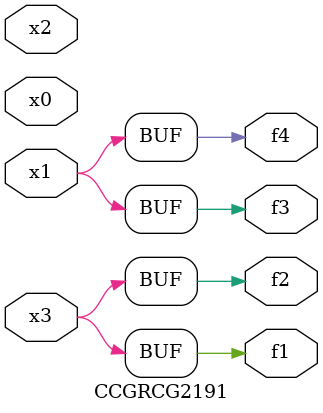
<source format=v>
module CCGRCG2191(
	input x0, x1, x2, x3,
	output f1, f2, f3, f4
);
	assign f1 = x3;
	assign f2 = x3;
	assign f3 = x1;
	assign f4 = x1;
endmodule

</source>
